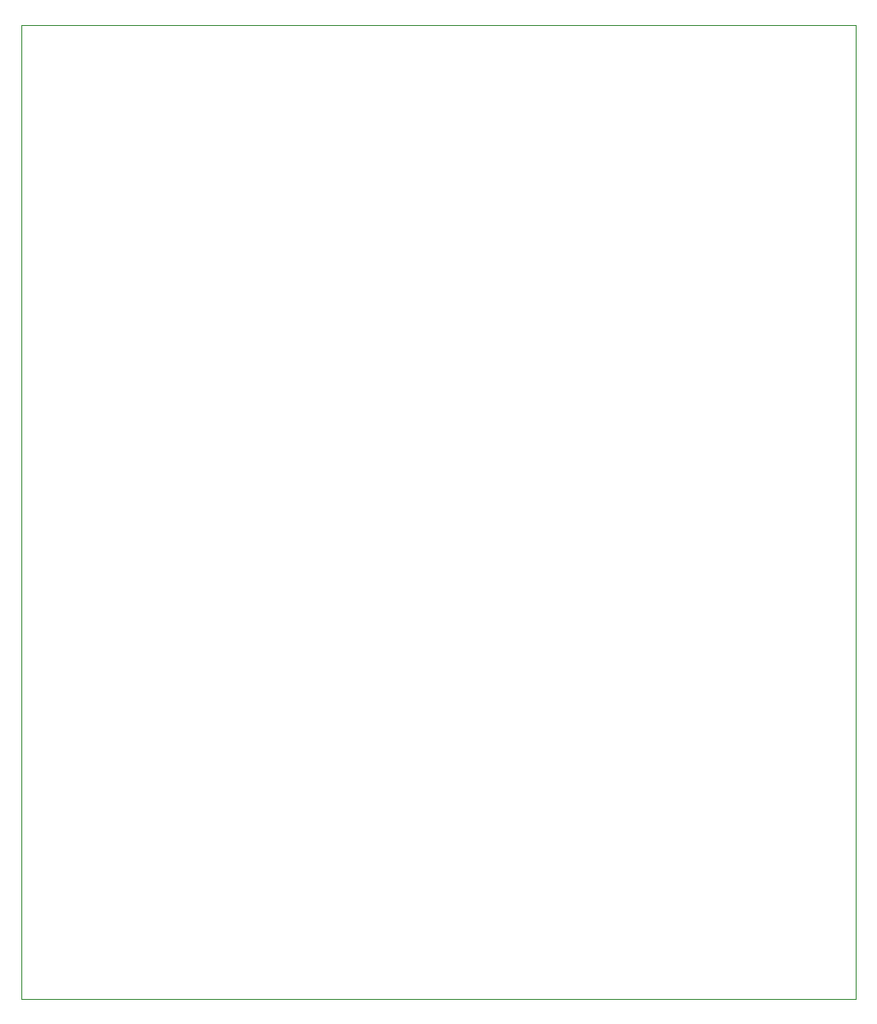
<source format=gm1>
G04 #@! TF.FileFunction,Profile,NP*
%FSLAX46Y46*%
G04 Gerber Fmt 4.6, Leading zero omitted, Abs format (unit mm)*
G04 Created by KiCad (PCBNEW 4.0.7) date 05/12/18 22:47:13*
%MOMM*%
%LPD*%
G01*
G04 APERTURE LIST*
%ADD10C,0.100000*%
G04 APERTURE END LIST*
D10*
X0Y0D02*
X0Y88900000D01*
X76200000Y0D02*
X0Y0D01*
X76200000Y88900000D02*
X76200000Y0D01*
X0Y88900000D02*
X76200000Y88900000D01*
M02*

</source>
